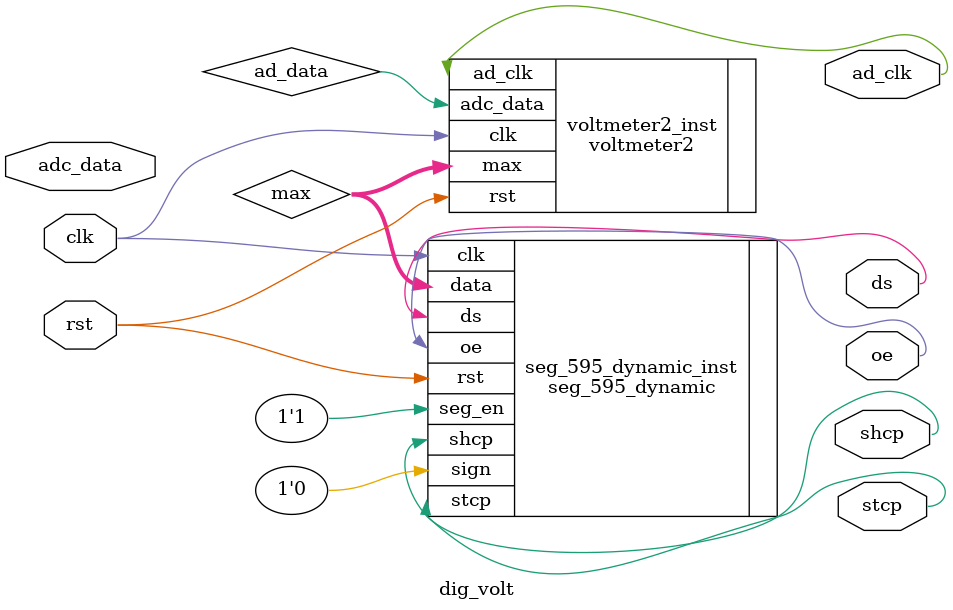
<source format=v>
`timescale 1ns / 1ps


module dig_volt(
input wire clk , //ÏµÍ³Ê±ÖÓ,50MHz
input wire rst , //¸´Î»ÐÅºÅ£¬µÍÓÐÐ§
input wire [7:0] adc_data , //ADÊäÈëÊý¾Ý

output wire ad_clk , //ADÇý¶¯Ê±ÖÓ,×î´óÖ§³Ö20MhzÊ±ÖÓ
output wire stcp , //Êý¾Ý´æ´¢Æ÷Ê±ÖÓ
output wire shcp , //ÒÆÎ»¼Ä´æÆ÷Ê±ÖÓ
output wire ds , //´®ÐÐÊý¾ÝÊäÈë
output wire oe //Ê¹ÄÜÐÅºÅ
    );
////
//Internal Signal \//
////
//wire define
wire [13:0] max ; //Êý¾Ý×ª»»ºóµÄµçÑ¹Öµ
//wire sign ; //Õý¸º·ûºÅÎ»

////
//\* Instantiation \//
////
//------------- adc_inst -------------
voltmeter2 voltmeter2_inst
(
.clk (clk ), //Ê±ÖÓ
.rst (rst ), //¸´Î»ÐÅºÅ£¬µÍµçÆ½ÓÐÐ§
.adc_data (ad_data ), //ADÊäÈëÊý¾Ý

.ad_clk (ad_clk ),//ADÇý¶¯Ê±ÖÓ,×î´óÖ§³Ö20MhzÊ±ÖÓ
.max(max)
//.sign (sign ), //Õý¸º·ûºÅÎ»
//.volt (volt ) //Êý¾Ý×ª»»ºóµÄµçÑ¹Öµ
);

//------------- seg_595_dynamic_inst --------------
seg_595_dynamic seg_595_dynamic_inst
(
.clk (clk ), //ÏµÍ³Ê±ÖÓ£¬ÆµÂÊ50MHz
.rst (rst), //¸´Î»ÐÅºÅ£¬µÍÓÐÐ§
.data (max), //ÊýÂë¹ÜÒªÏÔÊ¾µÄÖµ
.seg_en (1'b1 ), //ÊýÂë¹ÜÊ¹ÄÜÐÅºÅ£¬¸ßµçÆ½ÓÐÐ§
.sign (1'b0 ), //·ûºÅÎ»£¬¸ßµçÆ½ÏÔÊ¾¸ººÅ
//point
.stcp (stcp ), //Êä³öÊý¾Ý´æ´¢¼ÄÊ±ÖÓ
.shcp (shcp ), //ÒÆÎ»¼Ä´æÆ÷µÄÊ±ÖÓÊäÈë
.ds (ds ), //´®ÐÐÊý¾ÝÊäÈë
.oe (oe ) //Êä³öÊ¹ÄÜÐÅºÅ
);

endmodule

</source>
